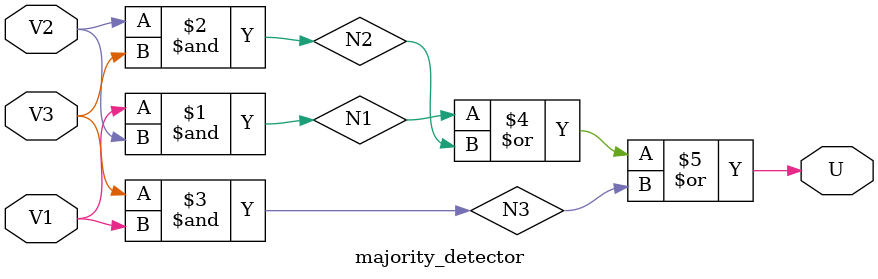
<source format=v>
`timescale 1ns / 1ps


module majority_detector(V1, V2, V3, U);
    input V1, V2, V3;
    output U;
    wire N1, N2, N3;
    
    and a0(N1, V1, V2),
        a1(N2, V2, V3),
        a2(N3, V3, V1);
        
    or o0(U, N1, N2, N3);
   
endmodule


























</source>
